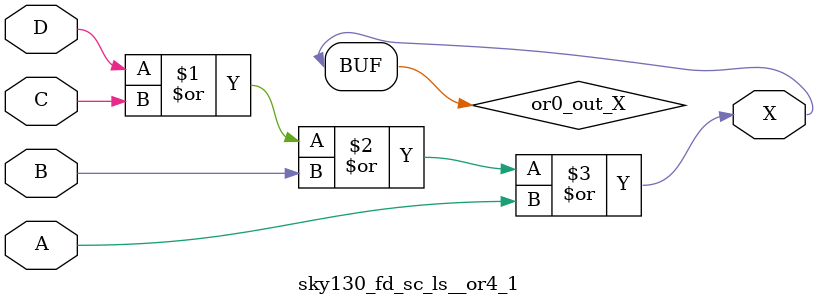
<source format=v>
/*
 * Copyright 2020 The SkyWater PDK Authors
 *
 * Licensed under the Apache License, Version 2.0 (the "License");
 * you may not use this file except in compliance with the License.
 * You may obtain a copy of the License at
 *
 *     https://www.apache.org/licenses/LICENSE-2.0
 *
 * Unless required by applicable law or agreed to in writing, software
 * distributed under the License is distributed on an "AS IS" BASIS,
 * WITHOUT WARRANTIES OR CONDITIONS OF ANY KIND, either express or implied.
 * See the License for the specific language governing permissions and
 * limitations under the License.
 *
 * SPDX-License-Identifier: Apache-2.0
*/


`ifndef SKY130_FD_SC_LS__OR4_1_FUNCTIONAL_V
`define SKY130_FD_SC_LS__OR4_1_FUNCTIONAL_V

/**
 * or4: 4-input OR.
 *
 * Verilog simulation functional model.
 */

`timescale 1ns / 1ps
`default_nettype none

`celldefine
module sky130_fd_sc_ls__or4_1 (
    X,
    A,
    B,
    C,
    D
);

    // Module ports
    output X;
    input  A;
    input  B;
    input  C;
    input  D;

    // Local signals
    wire or0_out_X;

    //  Name  Output     Other arguments
    or  or0  (or0_out_X, D, C, B, A     );
    buf buf0 (X        , or0_out_X      );

endmodule
`endcelldefine

`default_nettype wire
`endif  // SKY130_FD_SC_LS__OR4_1_FUNCTIONAL_V

</source>
